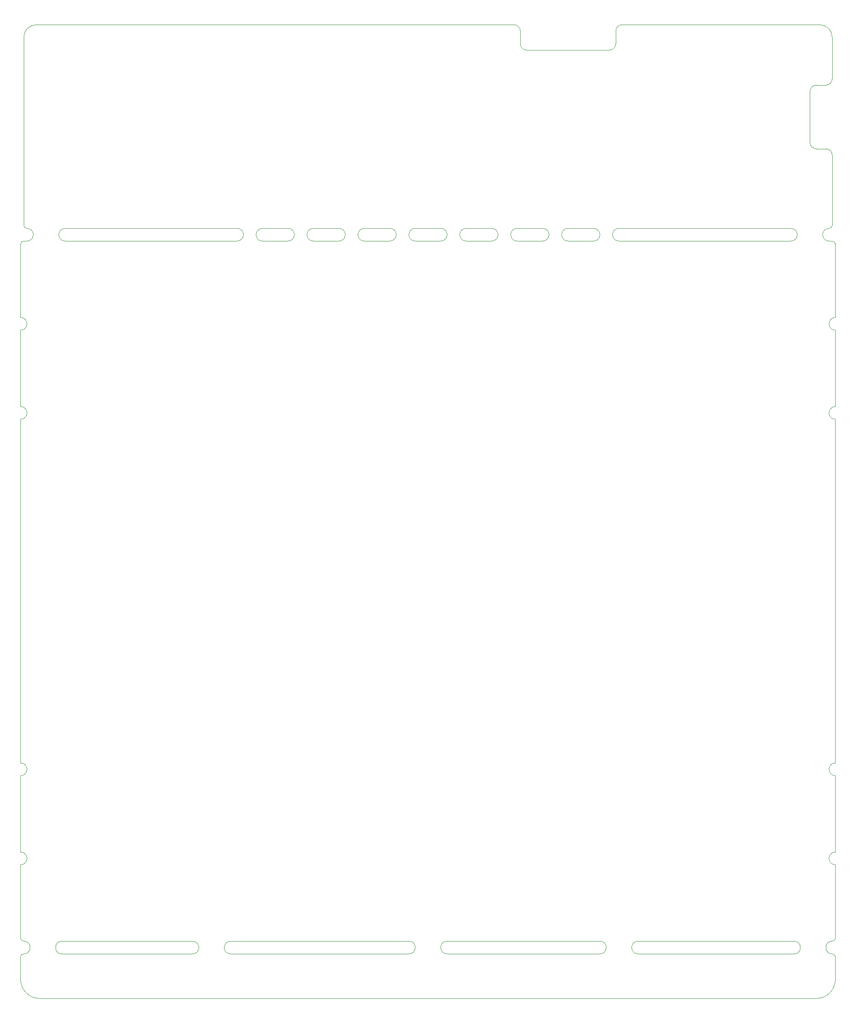
<source format=gm1>
G04 #@! TF.GenerationSoftware,KiCad,Pcbnew,5.1.5-52549c5~84~ubuntu18.04.1*
G04 #@! TF.CreationDate,2020-01-27T00:33:30+05:30*
G04 #@! TF.ProjectId,ClockIOT,436c6f63-6b49-44f5-942e-6b696361645f,rev 3*
G04 #@! TF.SameCoordinates,Original*
G04 #@! TF.FileFunction,Profile,NP*
%FSLAX46Y46*%
G04 Gerber Fmt 4.6, Leading zero omitted, Abs format (unit mm)*
G04 Created by KiCad (PCBNEW 5.1.5-52549c5~84~ubuntu18.04.1) date 2020-01-27 00:33:30*
%MOMM*%
%LPD*%
G04 APERTURE LIST*
%ADD10C,0.076200*%
G04 APERTURE END LIST*
D10*
X50800000Y-233680000D02*
G75*
G02X50165000Y-233045000I0J635000D01*
G01*
X50165000Y-236855000D02*
G75*
G02X50800000Y-236220000I635000J0D01*
G01*
X212090000Y-90805000D02*
G75*
G02X211455000Y-91440000I-635000J0D01*
G01*
X51435000Y-91440000D02*
G75*
G02X50800000Y-90805000I0J635000D01*
G01*
X50800000Y-90805000D02*
X50800000Y-53340000D01*
X53340000Y-50800000D02*
X148590000Y-50800000D01*
X212090000Y-76835000D02*
X212090000Y-90805000D01*
X50800000Y-53340000D02*
G75*
G02X53340000Y-50800000I2540000J0D01*
G01*
X209550000Y-50800000D02*
G75*
G02X212090000Y-53340000I0J-2540000D01*
G01*
X148590000Y-50800000D02*
G75*
G02X149860000Y-52070000I0J-1270000D01*
G01*
X151130000Y-55880000D02*
G75*
G02X149860000Y-54610000I0J1270000D01*
G01*
X168910000Y-54610000D02*
G75*
G02X167640000Y-55880000I-1270000J0D01*
G01*
X168910000Y-52070000D02*
G75*
G02X170180000Y-50800000I1270000J0D01*
G01*
X168910000Y-52070000D02*
X168910000Y-54610000D01*
X151130000Y-55880000D02*
X167640000Y-55880000D01*
X149860000Y-52070000D02*
X149860000Y-54610000D01*
X170180000Y-50800000D02*
X209550000Y-50800000D01*
X209550000Y-50800000D02*
X209550000Y-50800000D01*
X212090000Y-61595000D02*
G75*
G02X210820000Y-62865000I-1270000J0D01*
G01*
X210820000Y-75565000D02*
G75*
G02X212090000Y-76835000I0J-1270000D01*
G01*
X208915000Y-75565000D02*
G75*
G02X207645000Y-74295000I0J1270000D01*
G01*
X207645000Y-64135000D02*
G75*
G02X208915000Y-62865000I1270000J0D01*
G01*
X210820000Y-62865000D02*
X208915000Y-62865000D01*
X207645000Y-74295000D02*
X207645000Y-64135000D01*
X210820000Y-75565000D02*
X208915000Y-75565000D01*
X212090000Y-53340000D02*
X212090000Y-61595000D01*
X50165000Y-200660000D02*
X50165000Y-215900000D01*
X50165000Y-129540000D02*
X50165000Y-198120000D01*
X50165000Y-127000000D02*
G75*
G02X50165000Y-129540000I0J-1270000D01*
G01*
X50165000Y-198120000D02*
G75*
G02X50165000Y-200660000I0J-1270000D01*
G01*
X212725000Y-200660000D02*
X212725000Y-215900000D01*
X212725000Y-200660000D02*
G75*
G02X212725000Y-198120000I0J1270000D01*
G01*
X212725000Y-129540000D02*
X212725000Y-198120000D01*
X212725000Y-129540000D02*
G75*
G02X212725000Y-127000000I0J1270000D01*
G01*
X51435000Y-93980000D02*
X50800000Y-93980000D01*
X211455000Y-93980000D02*
X212090000Y-93980000D01*
X84455000Y-233680000D02*
G75*
G02X84455000Y-236220000I0J-1270000D01*
G01*
X212725000Y-233045000D02*
G75*
G02X212090000Y-233680000I-635000J0D01*
G01*
X165735000Y-236220000D02*
X135255000Y-236220000D01*
X173355000Y-236220000D02*
X204470000Y-236220000D01*
X204470000Y-233680000D02*
G75*
G02X204470000Y-236220000I0J-1270000D01*
G01*
X92075000Y-236220000D02*
G75*
G02X92075000Y-233680000I0J1270000D01*
G01*
X58420000Y-236220000D02*
X84455000Y-236220000D01*
X58420000Y-236220000D02*
G75*
G02X58420000Y-233680000I0J1270000D01*
G01*
X173355000Y-236220000D02*
G75*
G02X173355000Y-233680000I0J1270000D01*
G01*
X50800000Y-233680000D02*
G75*
G02X50800000Y-236220000I0J-1270000D01*
G01*
X127635000Y-236220000D02*
X92075000Y-236220000D01*
X58420000Y-233680000D02*
X84455000Y-233680000D01*
X204470000Y-233680000D02*
X173355000Y-233680000D01*
X135255000Y-233680000D02*
X165735000Y-233680000D01*
X127635000Y-233680000D02*
G75*
G02X127635000Y-236220000I0J-1270000D01*
G01*
X212090000Y-236220000D02*
G75*
G02X212725000Y-236855000I0J-635000D01*
G01*
X135255000Y-236220000D02*
G75*
G02X135255000Y-233680000I0J1270000D01*
G01*
X165735000Y-233680000D02*
G75*
G02X165735000Y-236220000I0J-1270000D01*
G01*
X212090000Y-236220000D02*
G75*
G02X212090000Y-233680000I0J1270000D01*
G01*
X92075000Y-233680000D02*
X127635000Y-233680000D01*
X203835000Y-91440000D02*
G75*
G02X203835000Y-93980000I0J-1270000D01*
G01*
X211455000Y-93980000D02*
G75*
G02X211455000Y-91440000I0J1270000D01*
G01*
X59055000Y-93980000D02*
G75*
G02X59055000Y-91440000I0J1270000D01*
G01*
X51435000Y-91440000D02*
G75*
G02X51435000Y-93980000I0J-1270000D01*
G01*
X103505000Y-93980000D02*
X98425000Y-93980000D01*
X98425000Y-91440000D02*
X103505000Y-91440000D01*
X113665000Y-93980000D02*
X108585000Y-93980000D01*
X108585000Y-91440000D02*
X113665000Y-91440000D01*
X123825000Y-93980000D02*
X118745000Y-93980000D01*
X118745000Y-91440000D02*
X123825000Y-91440000D01*
X133985000Y-93980000D02*
X128905000Y-93980000D01*
X128905000Y-91440000D02*
X133985000Y-91440000D01*
X144145000Y-93980000D02*
X139065000Y-93980000D01*
X139065000Y-91440000D02*
X144145000Y-91440000D01*
X149225000Y-93980000D02*
X154305000Y-93980000D01*
X154305000Y-91440000D02*
X149225000Y-91440000D01*
X164465000Y-93980000D02*
X159385000Y-93980000D01*
X159385000Y-91440000D02*
X164465000Y-91440000D01*
X211455000Y-93980000D02*
X211455000Y-93980000D01*
X169545000Y-93980000D02*
X203835000Y-93980000D01*
X203835000Y-91440000D02*
X169545000Y-91440000D01*
X212090000Y-93980000D02*
G75*
G02X212725000Y-94615000I0J-635000D01*
G01*
X169545000Y-93980000D02*
G75*
G02X169545000Y-91440000I0J1270000D01*
G01*
X164465000Y-91440000D02*
G75*
G02X164465000Y-93980000I0J-1270000D01*
G01*
X159385000Y-93980000D02*
G75*
G02X159385000Y-91440000I0J1270000D01*
G01*
X154305000Y-91440000D02*
G75*
G02X154305000Y-93980000I0J-1270000D01*
G01*
X149225000Y-93980000D02*
G75*
G02X149225000Y-91440000I0J1270000D01*
G01*
X144145000Y-91440000D02*
G75*
G02X144145000Y-93980000I0J-1270000D01*
G01*
X139065000Y-93980000D02*
G75*
G02X139065000Y-91440000I0J1270000D01*
G01*
X133985000Y-91440000D02*
G75*
G02X133985000Y-93980000I0J-1270000D01*
G01*
X128905000Y-93980000D02*
G75*
G02X128905000Y-91440000I0J1270000D01*
G01*
X123825000Y-91440000D02*
G75*
G02X123825000Y-93980000I0J-1270000D01*
G01*
X118745000Y-93980000D02*
G75*
G02X118745000Y-91440000I0J1270000D01*
G01*
X113665000Y-91440000D02*
G75*
G02X113665000Y-93980000I0J-1270000D01*
G01*
X108585000Y-93980000D02*
G75*
G02X108585000Y-91440000I0J1270000D01*
G01*
X103505000Y-91440000D02*
G75*
G02X103505000Y-93980000I0J-1270000D01*
G01*
X98425000Y-93980000D02*
G75*
G02X98425000Y-91440000I0J1270000D01*
G01*
X93345000Y-91440000D02*
G75*
G02X93345000Y-93980000I0J-1270000D01*
G01*
X59055000Y-93980000D02*
X93345000Y-93980000D01*
X59055000Y-91440000D02*
X93345000Y-91440000D01*
X50165000Y-94615000D02*
G75*
G02X50800000Y-93980000I635000J0D01*
G01*
X53975000Y-245110000D02*
G75*
G02X50165000Y-241300000I0J3810000D01*
G01*
X212725000Y-241300000D02*
G75*
G02X208915000Y-245110000I-3810000J0D01*
G01*
X212725000Y-241300000D02*
X212725000Y-236855000D01*
X53975000Y-245110000D02*
X208915000Y-245110000D01*
X50165000Y-236855000D02*
X50165000Y-241300000D01*
X50165000Y-218440000D02*
X50165000Y-233045000D01*
X50165000Y-215900000D02*
X50165000Y-215900000D01*
X50165000Y-111760000D02*
X50165000Y-127000000D01*
X212725000Y-218440000D02*
X212725000Y-233045000D01*
X212725000Y-215900000D02*
X212725000Y-215900000D01*
X212725000Y-111760000D02*
X212725000Y-127000000D01*
X212725000Y-111760000D02*
G75*
G02X212725000Y-109220000I0J1270000D01*
G01*
X212725000Y-218440000D02*
G75*
G02X212725000Y-215900000I0J1270000D01*
G01*
X50165000Y-215900000D02*
G75*
G02X50165000Y-218440000I0J-1270000D01*
G01*
X50165000Y-109220000D02*
G75*
G02X50165000Y-111760000I0J-1270000D01*
G01*
X50165000Y-109220000D02*
X50165000Y-94615000D01*
X212725000Y-94615000D02*
X212725000Y-109220000D01*
M02*

</source>
